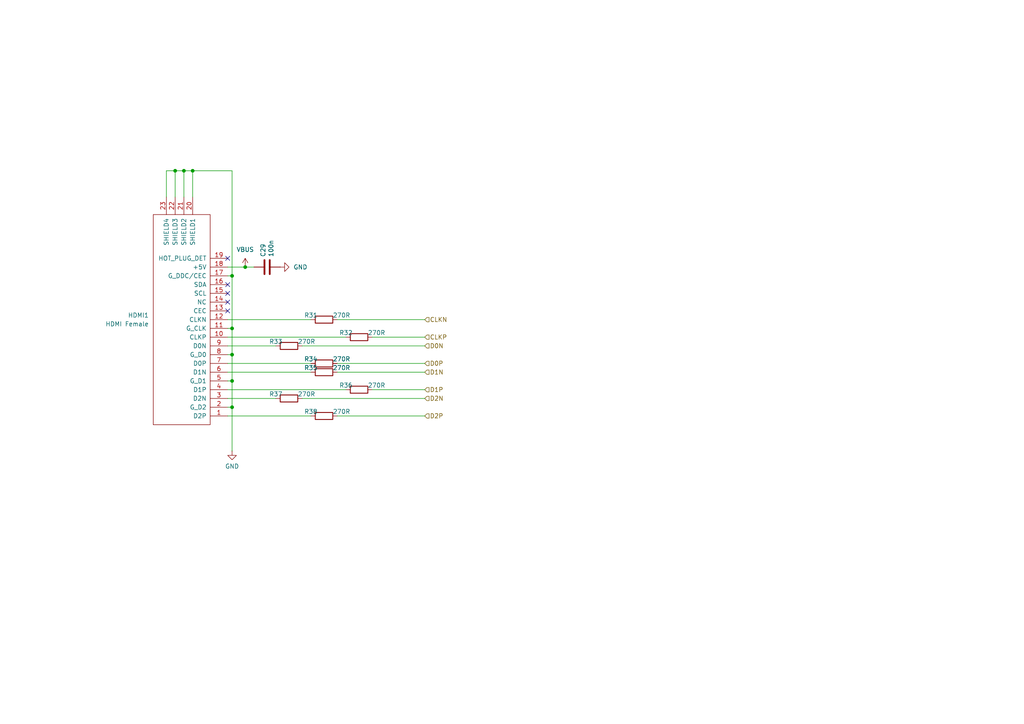
<source format=kicad_sch>
(kicad_sch (version 20231120) (generator "eeschema") (generator_version "8.0")
  (paper "A4")
  (title_block (title "Frank RM2") (date "2025-02-23") (rev "1.03") (company "Mikhail Matveev") (comment 1 "https://github.com/xtremespb/frank"))
  (lib_symbols
    (symbol "Device:C" (pin_numbers hide) (pin_names (offset 0.254))
      (property "Reference" "C" (at 0.635 2.54 0))
      (property "Value" "C" (at 0.635 -2.54 0))
      (symbol "C_0_1"
        (polyline (pts (xy -2.032 -0.762) (xy 2.032 -0.762)) (stroke (width 0.508)))
        (polyline (pts (xy -2.032 0.762) (xy 2.032 0.762)) (stroke (width 0.508)))
      )
      (symbol "C_1_1"
        (pin passive line (at 0 3.81 270) (length 2.794) (name "~") (number "1"))
        (pin passive line (at 0 -3.81 90) (length 2.794) (name "~") (number "2"))
      )
    )
    (symbol "Device:R" (pin_numbers hide) (pin_names (offset 0))
      (property "Reference" "R" (at 2.032 0 90))
      (property "Value" "R" (at 0 0 90))
      (symbol "R_0_1"
        (rectangle (start -1.016 -2.54) (end 1.016 2.54) (stroke (width 0.254)))
      )
      (symbol "R_1_1"
        (pin passive line (at 0 3.81 270) (length 1.27) (name "~") (number "1"))
        (pin passive line (at 0 -3.81 90) (length 1.27) (name "~") (number "2"))
      )
    )
    (symbol "FRANK:HDMI" (pin_names (offset 1.016))
      (property "Reference" "HDMI1" (at 12.7 -16.5101 0))
      (property "Value" "HDMI" (at 12.7 -13.9701 0))
      (symbol "HDMI_0_1"
        (rectangle (start -5.08 15.24) (end 11.43 -45.72))
      )
      (symbol "HDMI_1_1"
        (pin input line (at -10.16 12.7 0) (length 5.08) (name "D2P") (number "1"))
        (pin input line (at -10.16 -10.16 0) (length 5.08) (name "CLKP") (number "10"))
        (pin input line (at -10.16 -12.7 0) (length 5.08) (name "G_CLK") (number "11"))
        (pin input line (at -10.16 -15.24 0) (length 5.08) (name "CLKN") (number "12"))
        (pin input line (at -10.16 -17.78 0) (length 5.08) (name "CEC") (number "13"))
        (pin input line (at -10.16 -20.32 0) (length 5.08) (name "NC") (number "14"))
        (pin input line (at -10.16 -22.86 0) (length 5.08) (name "SCL") (number "15"))
        (pin input line (at -10.16 -25.4 0) (length 5.08) (name "SDA") (number "16"))
        (pin input line (at -10.16 -27.94 0) (length 5.08) (name "G_DDC/CEC") (number "17"))
        (pin input line (at -10.16 -30.48 0) (length 5.08) (name "+5V") (number "18"))
        (pin input line (at -10.16 -33.02 0) (length 5.08) (name "HOT_PLUG_DET") (number "19"))
        (pin input line (at -10.16 10.16 0) (length 5.08) (name "G_D2") (number "2"))
        (pin input line (at 0 -50.8 90) (length 5.08) (name "SHIELD1") (number "20"))
        (pin input line (at 2.54 -50.8 90) (length 5.08) (name "SHIELD2") (number "21"))
        (pin input line (at 5.08 -50.8 90) (length 5.08) (name "SHIELD3") (number "22"))
        (pin input line (at 7.62 -50.8 90) (length 5.08) (name "SHIELD4") (number "23"))
        (pin input line (at -10.16 7.62 0) (length 5.08) (name "D2N") (number "3"))
        (pin input line (at -10.16 5.08 0) (length 5.08) (name "D1P") (number "4"))
        (pin input line (at -10.16 2.54 0) (length 5.08) (name "G_D1") (number "5"))
        (pin input line (at -10.16 0 0) (length 5.08) (name "D1N") (number "6"))
        (pin input line (at -10.16 -2.54 0) (length 5.08) (name "D0P") (number "7"))
        (pin input line (at -10.16 -5.08 0) (length 5.08) (name "G_D0") (number "8"))
        (pin input line (at -10.16 -7.62 0) (length 5.08) (name "D0N") (number "9"))
      )
    )
    (symbol "GND_1" (power) (pin_numbers hide) (pin_names (offset 0) hide)
      (property "Value" "GND" (at 0 -3.81 0))
      (symbol "GND_1_0_1"
        (polyline (pts (xy 0 0) (xy 0 -1.27) (xy 1.27 -1.27) (xy 0 -2.54) (xy -1.27 -1.27) (xy 0 -1.27)))
      )
      (symbol "GND_1_1_1"
        (pin power_in line (at 0 0 270) (length 0) (name "~") (number "1"))
      )
    )
    (symbol "power:GND" (power) (pin_numbers hide) (pin_names (offset 0) hide)
      (property "Value" "GND" (at 0 -3.81 0))
      (symbol "GND_0_1"
        (polyline (pts (xy 0 0) (xy 0 -1.27) (xy 1.27 -1.27) (xy 0 -2.54) (xy -1.27 -1.27) (xy 0 -1.27)))
      )
      (symbol "GND_1_1"
        (pin power_in line (at 0 0 270) (length 0) (name "~") (number "1"))
      )
    )
    (symbol "power:VBUS" (power) (pin_numbers hide) (pin_names (offset 0) hide)
      (property "Value" "VBUS" (at 0 3.556 0))
      (symbol "VBUS_0_1"
        (polyline (pts (xy -0.762 1.27) (xy 0 2.54)))
        (polyline (pts (xy 0 0) (xy 0 2.54)))
        (polyline (pts (xy 0 2.54) (xy 0.762 1.27)))
      )
      (symbol "VBUS_1_1"
        (pin power_in line (at 0 0 90) (length 0) (name "~") (number "1"))
      )
    )
  )
  (junction (at 71.12 77.47))
  (junction (at 67.31 110.49))
  (junction (at 50.8 49.53))
  (junction (at 67.31 80.01))
  (junction (at 67.31 95.25))
  (junction (at 67.31 118.11))
  (junction (at 55.88 49.53))
  (junction (at 67.31 102.87))
  (junction (at 53.34 49.53))
  (no_connect (at 66.04 90.17))
  (no_connect (at 66.04 85.09))
  (no_connect (at 66.04 87.63))
  (no_connect (at 66.04 74.93))
  (no_connect (at 66.04 82.55))
  (wire (pts (xy 66.04 95.25) (xy 67.31 95.25)))
  (wire (pts (xy 67.31 110.49) (xy 67.31 118.11)))
  (wire (pts (xy 66.04 105.41) (xy 90.17 105.41)))
  (wire (pts (xy 87.63 115.57) (xy 123.19 115.57)))
  (wire (pts (xy 66.04 120.65) (xy 90.17 120.65)))
  (wire (pts (xy 66.04 102.87) (xy 67.31 102.87)))
  (wire (pts (xy 67.31 49.53) (xy 55.88 49.53)))
  (wire (pts (xy 53.34 49.53) (xy 53.34 57.15)))
  (wire (pts (xy 87.63 100.33) (xy 123.19 100.33)))
  (wire (pts (xy 55.88 49.53) (xy 53.34 49.53)))
  (wire (pts (xy 107.95 113.03) (xy 123.19 113.03)))
  (wire (pts (xy 67.31 102.87) (xy 67.31 110.49)))
  (wire (pts (xy 67.31 95.25) (xy 67.31 102.87)))
  (wire (pts (xy 97.79 107.95) (xy 123.19 107.95)))
  (wire (pts (xy 50.8 49.53) (xy 50.8 57.15)))
  (wire (pts (xy 66.04 92.71) (xy 90.17 92.71)))
  (wire (pts (xy 66.04 77.47) (xy 71.12 77.47)))
  (wire (pts (xy 66.04 113.03) (xy 100.33 113.03)))
  (wire (pts (xy 66.04 118.11) (xy 67.31 118.11)))
  (wire (pts (xy 67.31 118.11) (xy 67.31 130.81)))
  (wire (pts (xy 97.79 92.71) (xy 123.19 92.71)))
  (wire (pts (xy 97.79 105.41) (xy 123.19 105.41)))
  (wire (pts (xy 67.31 95.25) (xy 67.31 80.01)))
  (wire (pts (xy 50.8 49.53) (xy 48.26 49.53)))
  (wire (pts (xy 66.04 110.49) (xy 67.31 110.49)))
  (wire (pts (xy 66.04 80.01) (xy 67.31 80.01)))
  (wire (pts (xy 66.04 97.79) (xy 100.33 97.79)))
  (wire (pts (xy 67.31 80.01) (xy 67.31 49.53)))
  (wire (pts (xy 71.12 77.47) (xy 73.66 77.47)))
  (wire (pts (xy 107.95 97.79) (xy 123.19 97.79)))
  (wire (pts (xy 66.04 115.57) (xy 80.01 115.57)))
  (wire (pts (xy 53.34 49.53) (xy 50.8 49.53)))
  (wire (pts (xy 66.04 107.95) (xy 90.17 107.95)))
  (wire (pts (xy 48.26 49.53) (xy 48.26 57.15)))
  (wire (pts (xy 55.88 49.53) (xy 55.88 57.15)))
  (wire (pts (xy 97.79 120.65) (xy 123.19 120.65)))
  (wire (pts (xy 66.04 100.33) (xy 80.01 100.33)))
  (hierarchical_label "D2P" (shape input) (at 123.19 120.65 0))
  (hierarchical_label "CLKP" (shape input) (at 123.19 97.79 0))
  (hierarchical_label "D2N" (shape input) (at 123.19 115.57 0))
  (hierarchical_label "CLKN" (shape input) (at 123.19 92.71 0))
  (hierarchical_label "D0P" (shape input) (at 123.19 105.41 0))
  (hierarchical_label "D1P" (shape input) (at 123.19 113.03 0))
  (hierarchical_label "D0N" (shape input) (at 123.19 100.33 0))
  (hierarchical_label "D1N" (shape input) (at 123.19 107.95 0))
  (symbol (lib_id "Device:R") (at 93.98 105.41 90) (unit 1)
    (property "Reference" "R34" (at 90.17 104.14 90))
    (property "Value" "270R" (at 99.06 104.14 90))
    (property "Footprint" "FRANK:Resistor (0805)" (effects (hide yes)))
    (property "Datasheet" "https://www.vishay.com/docs/28952/mcs0402at-mct0603at-mcu0805at-mca1206at.pdf" (effects (hide yes)))
    (property "AliExpress" "https://www.aliexpress.com/item/1005005945735199.html" (effects (hide yes)))
  )
  (symbol (lib_id "Device:R") (at 104.14 113.03 90) (unit 1)
    (property "Reference" "R36" (at 100.33 111.76 90))
    (property "Value" "270R" (at 109.22 111.76 90))
    (property "Footprint" "FRANK:Resistor (0805)" (effects (hide yes)))
    (property "Datasheet" "https://www.vishay.com/docs/28952/mcs0402at-mct0603at-mcu0805at-mca1206at.pdf" (effects (hide yes)))
    (property "AliExpress" "https://www.aliexpress.com/item/1005005945735199.html" (effects (hide yes)))
  )
  (symbol (lib_id "Device:R") (at 93.98 92.71 90) (unit 1)
    (property "Reference" "R31" (at 90.17 91.44 90))
    (property "Value" "270R" (at 99.06 91.44 90))
    (property "Footprint" "FRANK:Resistor (0805)" (effects (hide yes)))
    (property "Datasheet" "https://www.vishay.com/docs/28952/mcs0402at-mct0603at-mcu0805at-mca1206at.pdf" (effects (hide yes)))
    (property "AliExpress" "https://www.aliexpress.com/item/1005005945735199.html" (effects (hide yes)))
  )
  (symbol (lib_id "power:VBUS") (at 71.12 77.47 0) (unit 1)
    (property "Reference" "#PWR058" (effects (hide yes)))
    (property "Value" "VBUS" (at 71.12 72.39 0))
    (property "Description" "Power symbol creates a global label with name \"VBUS\"" (effects (hide yes)))
  )
  (symbol (lib_id "Device:R") (at 93.98 107.95 90) (unit 1)
    (property "Reference" "R35" (at 90.17 106.68 90))
    (property "Value" "270R" (at 99.06 106.68 90))
    (property "Footprint" "FRANK:Resistor (0805)" (effects (hide yes)))
    (property "Datasheet" "https://www.vishay.com/docs/28952/mcs0402at-mct0603at-mcu0805at-mca1206at.pdf" (effects (hide yes)))
    (property "AliExpress" "https://www.aliexpress.com/item/1005005945735199.html" (effects (hide yes)))
  )
  (symbol (lib_id "Device:C") (at 77.47 77.47 90) (unit 1)
    (property "Reference" "C29" (at 76.3016 74.549 0) (effects (justify left)))
    (property "Value" "100n" (at 78.613 74.549 0) (effects (justify left)))
    (property "Footprint" "FRANK:Capacitor (0805)" (effects (hide yes)))
    (property "Datasheet" "https://eu.mouser.com/datasheet/2/447/KEM_C1075_X7R_HT_SMD-3316221.pdf" (effects (hide yes)))
    (property "AliExpress" "https://www.aliexpress.com/item/33008008276.html" (effects (hide yes)))
  )
  (symbol (lib_id "Device:R") (at 83.82 100.33 90) (unit 1)
    (property "Reference" "R33" (at 80.01 99.06 90))
    (property "Value" "270R" (at 88.9 99.06 90))
    (property "Footprint" "FRANK:Resistor (0805)" (effects (hide yes)))
    (property "Datasheet" "https://www.vishay.com/docs/28952/mcs0402at-mct0603at-mcu0805at-mca1206at.pdf" (effects (hide yes)))
    (property "AliExpress" "https://www.aliexpress.com/item/1005005945735199.html" (effects (hide yes)))
  )
  (symbol (lib_id "power:GND") (at 67.31 130.81 0) (unit 1)
    (property "Reference" "#PWR060" (effects (hide yes)))
    (property "Value" "GND" (at 67.31 135.2534 0))
    (property "Description" "Power symbol creates a global label with name \"GND\" , ground" (effects (hide yes)))
  )
  (symbol (lib_name "GND_1") (lib_id "power:GND") (at 81.28 77.47 90) (unit 1)
    (property "Reference" "#PWR059" (effects (hide yes)))
    (property "Value" "GND" (at 85.09 77.4699 90) (effects (justify right)))
    (property "Description" "Power symbol creates a global label with name \"GND\" , ground" (effects (hide yes)))
  )
  (symbol (lib_id "Device:R") (at 104.14 97.79 90) (unit 1)
    (property "Reference" "R32" (at 100.33 96.52 90))
    (property "Value" "270R" (at 109.22 96.52 90))
    (property "Footprint" "FRANK:Resistor (0805)" (effects (hide yes)))
    (property "Datasheet" "https://www.vishay.com/docs/28952/mcs0402at-mct0603at-mcu0805at-mca1206at.pdf" (effects (hide yes)))
    (property "AliExpress" "https://www.aliexpress.com/item/1005005945735199.html" (effects (hide yes)))
  )
  (symbol (lib_id "FRANK:HDMI") (at 55.88 107.95 180) (unit 1)
    (property "Reference" "HDMI1" (at 43.18 91.4399 0) (effects (justify left)))
    (property "Value" "HDMI Female" (at 43.18 93.9799 0) (effects (justify left)))
    (property "Footprint" "FRANK:HDMI (female)" (effects (hide yes)))
    (property "Datasheet" "https://eu.mouser.com/datasheet/2/418/8/ENG_CD_1747981_G-2018509.pdf" (effects (hide yes)))
    (property "AliExpress" "https://www.aliexpress.com/item/1005005248842433.html" (effects (hide yes)))
  )
  (symbol (lib_id "Device:R") (at 93.98 120.65 90) (unit 1)
    (property "Reference" "R38" (at 90.17 119.38 90))
    (property "Value" "270R" (at 99.06 119.38 90))
    (property "Footprint" "FRANK:Resistor (0805)" (effects (hide yes)))
    (property "Datasheet" "https://www.vishay.com/docs/28952/mcs0402at-mct0603at-mcu0805at-mca1206at.pdf" (effects (hide yes)))
    (property "AliExpress" "https://www.aliexpress.com/item/1005005945735199.html" (effects (hide yes)))
  )
  (symbol (lib_id "Device:R") (at 83.82 115.57 90) (unit 1)
    (property "Reference" "R37" (at 80.01 114.3 90))
    (property "Value" "270R" (at 88.9 114.3 90))
    (property "Footprint" "FRANK:Resistor (0805)" (effects (hide yes)))
    (property "Datasheet" "https://www.vishay.com/docs/28952/mcs0402at-mct0603at-mcu0805at-mca1206at.pdf" (effects (hide yes)))
    (property "AliExpress" "https://www.aliexpress.com/item/1005005945735199.html" (effects (hide yes)))
  )
)
</source>
